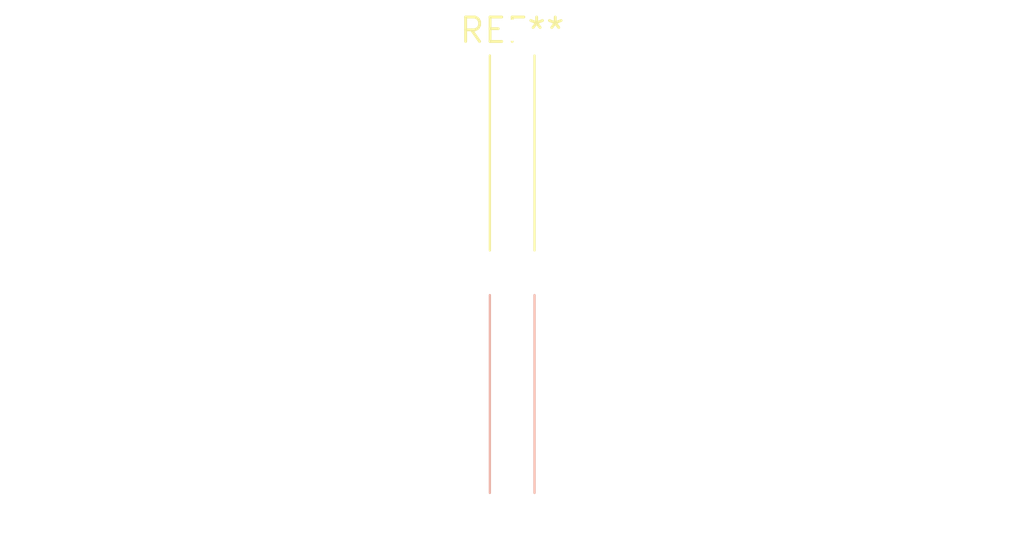
<source format=kicad_pcb>
(kicad_pcb (version 20240108) (generator pcbnew)
  (layers (0 "F.Cu" signal) (31 "B.Cu" signal) (34 "B.Paste" user) (35 "F.Paste" user) (36 "B.SilkS" user "B.Silkscreen") (37 "F.SilkS" user "F.Silkscreen") (38 "B.Mask" user) (39 "F.Mask" user) (44 "Edge.Cuts" user))
  (net 0 "")
  (footprint "SolderWire-0.5sqmm_1x01_D0.9mm_OD2.1mm_Relief2x" (layer "F.Cu") (at 0 0)
    (property "Reference" "REF**")
    (property "Value" "SolderWire-0.5sqmm_1x01_D0.9mm_OD2.1mm_Relief2x")
    (fp_line (start -1.16 13.76) (end -1.16 24.04) (layer "B.SilkS") (stroke (width 0.12)))
    (fp_line (start 1.16 13.76) (end 1.16 24.04) (layer "B.SilkS") (stroke (width 0.12)))
    (fp_line (start -1.16 1.31) (end -1.16 11.44) (layer "F.SilkS") (stroke (width 0.12)))
    (fp_line (start 1.16 1.31) (end 1.16 11.44) (layer "F.SilkS") (stroke (width 0.12)))
    (pad "" np_thru_hole circle (at 0 12.6) (size 2.6 2.6) (drill 2.6) (layers *.Cu *.Mask))
    (pad "" np_thru_hole circle (at 0 25.2) (size 2.6 2.6) (drill 2.6) (layers *.Cu *.Mask))
    (pad "1" thru_hole roundrect (at 0 0) (size 2.1 2.1) (drill 1.1) (layers *.Cu *.Mask) (remove_unused_layers) (roundrect_rratio 0.119048))
  )
)
</source>
